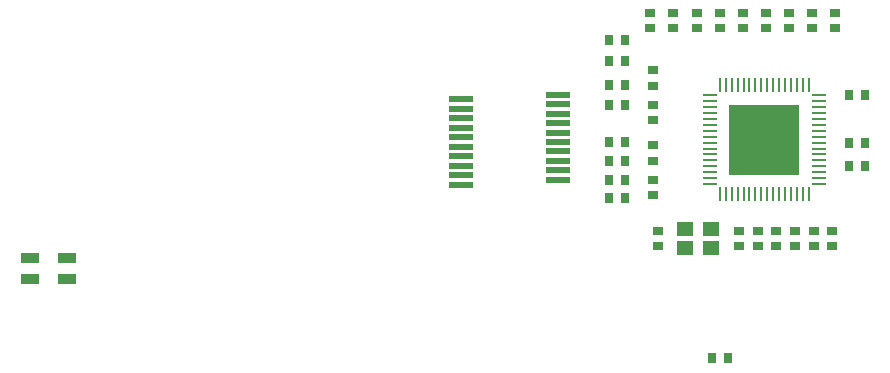
<source format=gtp>
G04*
G04 #@! TF.GenerationSoftware,Altium Limited,Altium Designer,18.1.11 (251)*
G04*
G04 Layer_Color=8421504*
%FSLAX25Y25*%
%MOIN*%
G70*
G01*
G75*
%ADD15R,0.07874X0.01968*%
%ADD16R,0.02756X0.03740*%
%ADD17R,0.05906X0.03543*%
%ADD18O,0.00984X0.05118*%
%ADD19O,0.05118X0.00984*%
%ADD20R,0.23622X0.23622*%
%ADD21R,0.03740X0.02756*%
%ADD22R,0.05512X0.04724*%
D15*
X403925Y497909D02*
D03*
Y494760D02*
D03*
Y491610D02*
D03*
Y488461D02*
D03*
Y485311D02*
D03*
X371642Y467988D02*
D03*
Y471138D02*
D03*
Y474287D02*
D03*
Y477437D02*
D03*
Y480587D02*
D03*
Y483736D02*
D03*
Y486886D02*
D03*
Y490035D02*
D03*
Y493185D02*
D03*
X403925Y482161D02*
D03*
Y479012D02*
D03*
Y475862D02*
D03*
Y472713D02*
D03*
Y469563D02*
D03*
X371642Y496335D02*
D03*
D16*
X460405Y410000D02*
D03*
X455287D02*
D03*
X426118Y463390D02*
D03*
X421000D02*
D03*
X426118Y469500D02*
D03*
X421000D02*
D03*
X426118Y475862D02*
D03*
X421000D02*
D03*
X426118Y482161D02*
D03*
X421000D02*
D03*
X420941Y516000D02*
D03*
X426059D02*
D03*
X426059Y509000D02*
D03*
X420941D02*
D03*
X426118Y501000D02*
D03*
X421000D02*
D03*
X426118Y494610D02*
D03*
X421000D02*
D03*
X500941Y474090D02*
D03*
X506059D02*
D03*
X500941Y481965D02*
D03*
X506059D02*
D03*
X500941Y497713D02*
D03*
X506059D02*
D03*
D17*
X227881Y436457D02*
D03*
Y443544D02*
D03*
X240086Y436457D02*
D03*
Y443544D02*
D03*
D18*
X457846Y464839D02*
D03*
X459815D02*
D03*
X461784D02*
D03*
X463752D02*
D03*
X465721D02*
D03*
X467689D02*
D03*
X469658D02*
D03*
X471626D02*
D03*
X473595D02*
D03*
X475563D02*
D03*
X477531D02*
D03*
X479500D02*
D03*
X481468D02*
D03*
X483437D02*
D03*
X485405D02*
D03*
X487374D02*
D03*
Y501059D02*
D03*
X485405D02*
D03*
X483437D02*
D03*
X481468D02*
D03*
X479500D02*
D03*
X477531D02*
D03*
X475563D02*
D03*
X473595D02*
D03*
X471626D02*
D03*
X469658D02*
D03*
X467689D02*
D03*
X465721D02*
D03*
X463752D02*
D03*
X461784D02*
D03*
X459815D02*
D03*
X457846D02*
D03*
D19*
X490721Y468185D02*
D03*
Y470154D02*
D03*
Y472122D02*
D03*
Y474090D02*
D03*
Y476059D02*
D03*
Y478028D02*
D03*
Y479996D02*
D03*
Y481965D02*
D03*
Y483933D02*
D03*
Y485902D02*
D03*
Y487870D02*
D03*
Y489839D02*
D03*
Y491807D02*
D03*
Y493776D02*
D03*
Y495744D02*
D03*
Y497713D02*
D03*
X454500D02*
D03*
Y495744D02*
D03*
Y493776D02*
D03*
Y491807D02*
D03*
Y489839D02*
D03*
Y487870D02*
D03*
Y485902D02*
D03*
Y483933D02*
D03*
Y481965D02*
D03*
Y479996D02*
D03*
Y478028D02*
D03*
Y476059D02*
D03*
Y474090D02*
D03*
Y472122D02*
D03*
Y470154D02*
D03*
Y468185D02*
D03*
D20*
X472610Y482949D02*
D03*
D21*
X496320Y520141D02*
D03*
Y525259D02*
D03*
X488605Y520141D02*
D03*
Y525259D02*
D03*
X480890Y520141D02*
D03*
Y525259D02*
D03*
X473175D02*
D03*
Y520141D02*
D03*
X465460D02*
D03*
Y525259D02*
D03*
X457745D02*
D03*
Y520141D02*
D03*
X450030D02*
D03*
Y525259D02*
D03*
X442315Y520141D02*
D03*
Y525259D02*
D03*
X434600D02*
D03*
Y520141D02*
D03*
X437185Y452661D02*
D03*
Y447543D02*
D03*
X435500Y464441D02*
D03*
Y469559D02*
D03*
X435500Y481059D02*
D03*
Y475941D02*
D03*
Y506059D02*
D03*
Y500941D02*
D03*
X435500Y489441D02*
D03*
Y494559D02*
D03*
X464185Y447543D02*
D03*
Y452661D02*
D03*
X470415D02*
D03*
Y447543D02*
D03*
X476644Y452661D02*
D03*
Y447543D02*
D03*
X482874Y452661D02*
D03*
Y447543D02*
D03*
X489103Y452661D02*
D03*
Y447543D02*
D03*
X495333Y452661D02*
D03*
Y447543D02*
D03*
D22*
X455016Y446953D02*
D03*
Y453252D02*
D03*
X446354Y446953D02*
D03*
Y453252D02*
D03*
M02*

</source>
